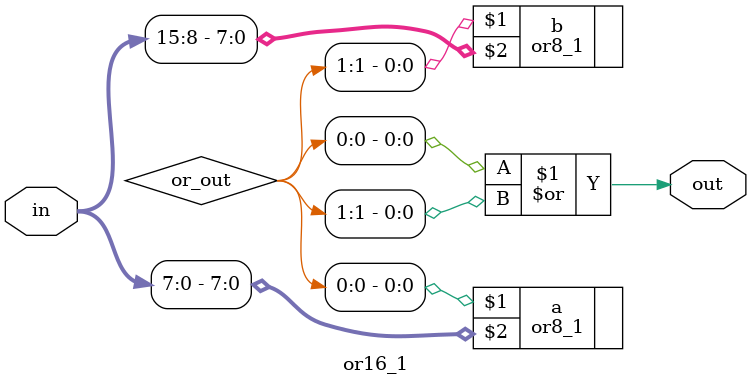
<source format=sv>
`timescale 1ns/10ps
module or16_1 (out, in);
	output out;
	input [15:0] in;
	
	logic [1:0] or_out;
	
	or8_1 a (or_out[0], in[7:0]);
	or8_1 b (or_out[1], in[15:8]);
	
	or #(50) c (out, or_out[0], or_out[1]);
	
endmodule 
</source>
